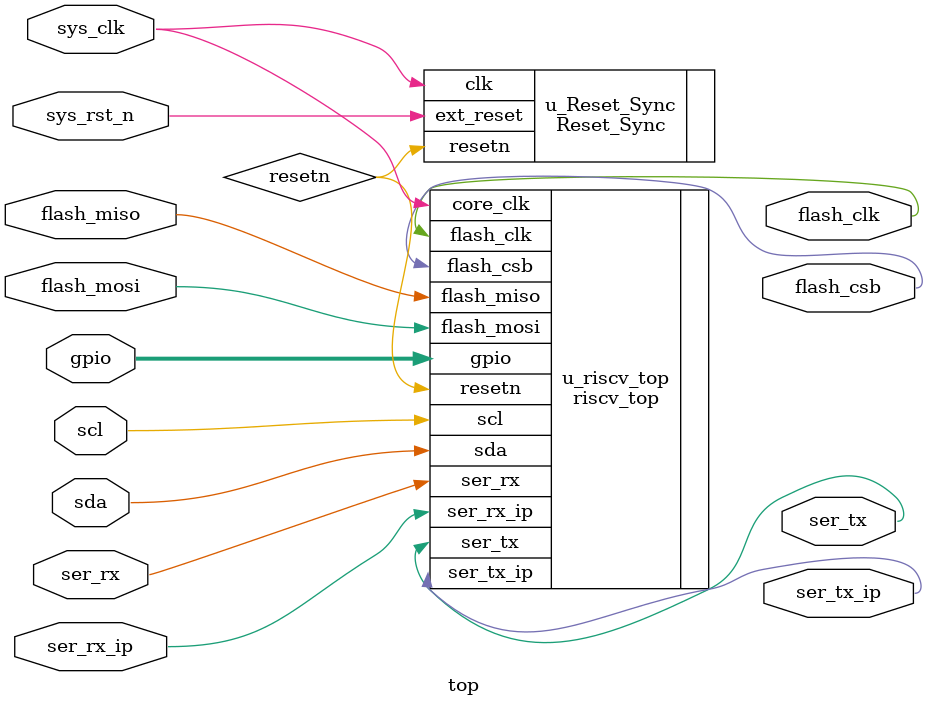
<source format=sv>
module top (
    input sys_clk,   // clk input
    input sys_rst_n, // reset input
    //input        sw2

    // hdmi
    /*
    output tmds_clk_p,
    output tmds_clk_n,
    output [2:0] tmds_data_p,
    output [2:0] tmds_data_n
*/
    output flash_clk,
    output flash_csb,
    inout  flash_mosi,
    inout  flash_miso,

    input ser_rx,
    output ser_tx,
    inout [6:0] gpio,
    input ser_rx_ip,
    output ser_tx_ip,
    inout scl,
    inout sda
);

    logic resetn;

    Reset_Sync u_Reset_Sync (
        .clk(sys_clk),
        .ext_reset(sys_rst_n),
        .resetn(resetn)
    );

    riscv_top u_riscv_top (
        .core_clk(sys_clk),
        .resetn  (resetn),

        .flash_clk (flash_clk),
        .flash_csb (flash_csb),
        .flash_mosi(flash_mosi),
        .flash_miso(flash_miso),

        .ser_rx(ser_rx),
        .ser_tx(ser_tx),
        .gpio  (gpio),
        .ser_rx_ip(ser_rx_ip),
        .ser_tx_ip(ser_tx_ip),
        .scl(scl),
        .sda(sda)
    );

/*
    logic [23:0] counter;
    logic [ 5:0] led_tmp;
    logic [23:0] count_max;

    assign count_max = sw2 ? 24'd1349_9999 : 24'd49_9999;
    always_ff @(posedge sys_clk, negedge sys_rst_n) begin
        if (!sys_rst_n) counter <= 24'd0;
        else if (counter < count_max)  // 0.5s delay
            counter <= counter + 1'b1;
        else counter <= 24'd0;
    end

    always_ff @(posedge sys_clk, negedge sys_rst_n) begin
        if (!sys_rst_n) led_tmp <= 6'b111110;
        else if (counter == count_max)  // 0.5s delay
            led_tmp[5:0] <= {led_tmp[4:0], led_tmp[5]};
        else led_tmp <= led_tmp;
    end
*/
    //assign led = led_tmp;

endmodule


</source>
